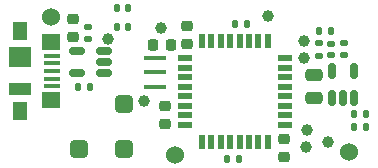
<source format=gbr>
%TF.GenerationSoftware,KiCad,Pcbnew,6.0.11+dfsg-1*%
%TF.CreationDate,2023-09-11T16:29:56+03:00*%
%TF.ProjectId,SC-STM32L412K8,53432d53-544d-4333-924c-3431324b382e,rev?*%
%TF.SameCoordinates,Original*%
%TF.FileFunction,Soldermask,Top*%
%TF.FilePolarity,Negative*%
%FSLAX46Y46*%
G04 Gerber Fmt 4.6, Leading zero omitted, Abs format (unit mm)*
G04 Created by KiCad (PCBNEW 6.0.11+dfsg-1) date 2023-09-11 16:29:56*
%MOMM*%
%LPD*%
G01*
G04 APERTURE LIST*
G04 Aperture macros list*
%AMRoundRect*
0 Rectangle with rounded corners*
0 $1 Rounding radius*
0 $2 $3 $4 $5 $6 $7 $8 $9 X,Y pos of 4 corners*
0 Add a 4 corners polygon primitive as box body*
4,1,4,$2,$3,$4,$5,$6,$7,$8,$9,$2,$3,0*
0 Add four circle primitives for the rounded corners*
1,1,$1+$1,$2,$3*
1,1,$1+$1,$4,$5*
1,1,$1+$1,$6,$7*
1,1,$1+$1,$8,$9*
0 Add four rect primitives between the rounded corners*
20,1,$1+$1,$2,$3,$4,$5,0*
20,1,$1+$1,$4,$5,$6,$7,0*
20,1,$1+$1,$6,$7,$8,$9,0*
20,1,$1+$1,$8,$9,$2,$3,0*%
G04 Aperture macros list end*
%ADD10RoundRect,0.135000X-0.135000X-0.185000X0.135000X-0.185000X0.135000X0.185000X-0.135000X0.185000X0*%
%ADD11RoundRect,0.225000X0.250000X-0.225000X0.250000X0.225000X-0.250000X0.225000X-0.250000X-0.225000X0*%
%ADD12RoundRect,0.218750X0.218750X0.256250X-0.218750X0.256250X-0.218750X-0.256250X0.218750X-0.256250X0*%
%ADD13R,1.900000X0.400000*%
%ADD14RoundRect,0.375000X0.387000X-0.375000X0.387000X0.375000X-0.387000X0.375000X-0.387000X-0.375000X0*%
%ADD15RoundRect,0.135000X0.185000X-0.135000X0.185000X0.135000X-0.185000X0.135000X-0.185000X-0.135000X0*%
%ADD16C,1.000000*%
%ADD17RoundRect,0.147500X0.147500X0.172500X-0.147500X0.172500X-0.147500X-0.172500X0.147500X-0.172500X0*%
%ADD18R,1.380000X0.450000*%
%ADD19R,1.550000X1.425000*%
%ADD20R,1.900000X1.000000*%
%ADD21R,1.300000X1.650000*%
%ADD22R,1.900000X1.800000*%
%ADD23RoundRect,0.135000X0.135000X0.185000X-0.135000X0.185000X-0.135000X-0.185000X0.135000X-0.185000X0*%
%ADD24RoundRect,0.150000X0.512500X0.150000X-0.512500X0.150000X-0.512500X-0.150000X0.512500X-0.150000X0*%
%ADD25RoundRect,0.225000X-0.250000X0.225000X-0.250000X-0.225000X0.250000X-0.225000X0.250000X0.225000X0*%
%ADD26RoundRect,0.135000X-0.185000X0.135000X-0.185000X-0.135000X0.185000X-0.135000X0.185000X0.135000X0*%
%ADD27C,1.524000*%
%ADD28RoundRect,0.150000X0.150000X-0.512500X0.150000X0.512500X-0.150000X0.512500X-0.150000X-0.512500X0*%
%ADD29RoundRect,0.147500X-0.147500X-0.172500X0.147500X-0.172500X0.147500X0.172500X-0.147500X0.172500X0*%
%ADD30RoundRect,0.250000X-0.475000X0.250000X-0.475000X-0.250000X0.475000X-0.250000X0.475000X0.250000X0*%
%ADD31R,1.200000X0.600000*%
%ADD32R,0.600000X1.200000*%
%ADD33RoundRect,0.140000X-0.170000X0.140000X-0.170000X-0.140000X0.170000X-0.140000X0.170000X0.140000X0*%
G04 APERTURE END LIST*
D10*
%TO.C,R9*%
X56790000Y-62700000D03*
X57810000Y-62700000D03*
%TD*%
D11*
%TO.C,C18*%
X40825000Y-61985000D03*
X40825000Y-63535000D03*
%TD*%
D12*
%TO.C,L4*%
X41327500Y-56810000D03*
X39752500Y-56810000D03*
%TD*%
D13*
%TO.C,Y1*%
X39910000Y-60350000D03*
X39910000Y-59150000D03*
X39910000Y-57950000D03*
%TD*%
D14*
%TO.C,BZ1*%
X37280000Y-61860000D03*
X37280000Y-65660000D03*
X33480000Y-65660000D03*
%TD*%
D15*
%TO.C,R7*%
X53809900Y-57720000D03*
X53809900Y-56700000D03*
%TD*%
D10*
%TO.C,R12*%
X53820000Y-55680000D03*
X54840000Y-55680000D03*
%TD*%
D16*
%TO.C,J16*%
X38975000Y-61600000D03*
%TD*%
D17*
%TO.C,D1*%
X37685000Y-55275000D03*
X36715000Y-55275000D03*
%TD*%
D18*
%TO.C,J1*%
X31186740Y-57727900D03*
X31186740Y-58377900D03*
X31186740Y-59027900D03*
X31186740Y-59677900D03*
X31186740Y-60327900D03*
D19*
X31101740Y-56540400D03*
D20*
X28526740Y-60577900D03*
D21*
X28526740Y-62402900D03*
D19*
X31101740Y-61515400D03*
D21*
X28526740Y-55652900D03*
D22*
X28526740Y-57877900D03*
%TD*%
D16*
%TO.C,J3*%
X52700000Y-65475000D03*
%TD*%
%TO.C,J4*%
X52775000Y-64050000D03*
%TD*%
%TO.C,J5*%
X52550000Y-57950000D03*
%TD*%
%TO.C,J6*%
X52520000Y-56525000D03*
%TD*%
D10*
%TO.C,R1*%
X33380000Y-60350000D03*
X34400000Y-60350000D03*
%TD*%
D23*
%TO.C,R2*%
X57785000Y-63750000D03*
X56765000Y-63750000D03*
%TD*%
D15*
%TO.C,R4*%
X34300000Y-55290000D03*
X34300000Y-56310000D03*
%TD*%
D24*
%TO.C,U3*%
X35647500Y-59240000D03*
X35647500Y-58290000D03*
X35647500Y-57340000D03*
X33372500Y-57340000D03*
X33372500Y-59240000D03*
%TD*%
D11*
%TO.C,C17*%
X42640000Y-56745000D03*
X42640000Y-55195000D03*
%TD*%
D25*
%TO.C,C16*%
X50900000Y-64750000D03*
X50900000Y-66300000D03*
%TD*%
D26*
%TO.C,R8*%
X55900000Y-56680000D03*
X55900000Y-57700000D03*
%TD*%
D16*
%TO.C,J7*%
X35950000Y-56300000D03*
%TD*%
D27*
%TO.C,J8*%
X56400000Y-65925000D03*
%TD*%
D28*
%TO.C,U4*%
X54881740Y-61307560D03*
X55831740Y-61307560D03*
X56781740Y-61307560D03*
X56781740Y-59032560D03*
X54881740Y-59032560D03*
%TD*%
D16*
%TO.C,J9*%
X49480000Y-54370000D03*
%TD*%
D29*
%TO.C,D7*%
X36715000Y-53675000D03*
X37685000Y-53675000D03*
%TD*%
D10*
%TO.C,R14*%
X46710000Y-55090000D03*
X47730000Y-55090000D03*
%TD*%
D30*
%TO.C,C12*%
X53439060Y-59392780D03*
X53439060Y-61292780D03*
%TD*%
D16*
%TO.C,J12*%
X40410000Y-55400000D03*
%TD*%
D10*
%TO.C,R20*%
X46020000Y-66440000D03*
X47040000Y-66440000D03*
%TD*%
D25*
%TO.C,C4*%
X33000000Y-54615000D03*
X33000000Y-56165000D03*
%TD*%
D31*
%TO.C,D6*%
X42442820Y-57964420D03*
X42442820Y-58764420D03*
X42442820Y-59564420D03*
X42442820Y-60364420D03*
X42442820Y-61164420D03*
X42442820Y-61964420D03*
X42442820Y-62764420D03*
X42442820Y-63564420D03*
D32*
X43892820Y-65014420D03*
X44692820Y-65014420D03*
X45492820Y-65014420D03*
X46292820Y-65014420D03*
X47092820Y-65014420D03*
X47892820Y-65014420D03*
X48692820Y-65014420D03*
X49492820Y-65014420D03*
D31*
X50942820Y-63564420D03*
X50942820Y-62764420D03*
X50942820Y-61964420D03*
X50942820Y-61164420D03*
X50942820Y-60364420D03*
X50942820Y-59564420D03*
X50942820Y-58764420D03*
X50942820Y-57964420D03*
D32*
X49492820Y-56514420D03*
X48692820Y-56514420D03*
X47892820Y-56514420D03*
X47092820Y-56514420D03*
X46292820Y-56514420D03*
X45492820Y-56514420D03*
X44692820Y-56514420D03*
X43892820Y-56514420D03*
%TD*%
D27*
%TO.C,J14*%
X31150000Y-54460000D03*
%TD*%
%TO.C,J15*%
X41640000Y-66140000D03*
%TD*%
D33*
%TO.C,C9*%
X54860000Y-56710000D03*
X54860000Y-57670000D03*
%TD*%
D16*
%TO.C,J10*%
X54575000Y-65050000D03*
%TD*%
M02*

</source>
